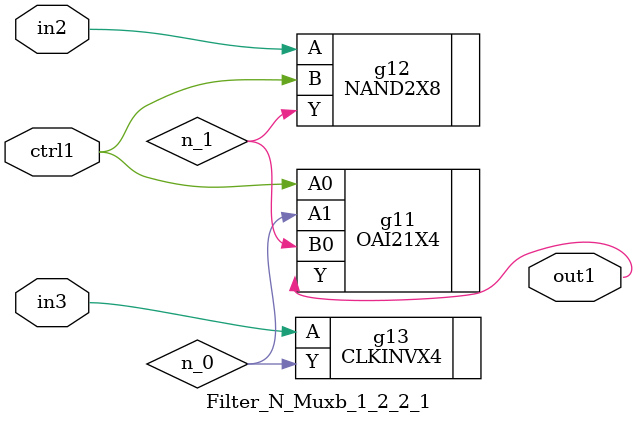
<source format=v>
`timescale 1ps / 1ps


module Filter_N_Muxb_1_2_2_1(in3, in2, ctrl1, out1);
  input in3, in2, ctrl1;
  output out1;
  wire in3, in2, ctrl1;
  wire out1;
  wire n_0, n_1;
  OAI21X4 g11(.A0 (ctrl1), .A1 (n_0), .B0 (n_1), .Y (out1));
  NAND2X8 g12(.A (in2), .B (ctrl1), .Y (n_1));
  CLKINVX4 g13(.A (in3), .Y (n_0));
endmodule



</source>
